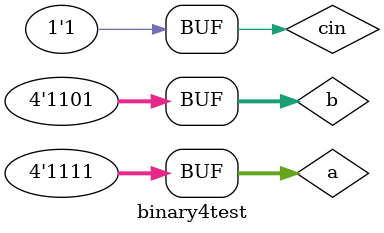
<source format=v>

module binary4test;

	// Inputs
	reg [3:0] a;
	reg [3:0] b;
	reg cin;

	// Outputs
	wire co;
	wire [3:0] s;

	// Instantiate the Unit Under Test (UUT)
	binary4 uut (
		.a(a), 
		.b(b), 
		.cin(cin), 
		.co(co), 
		.s(s)
	);

	initial begin
		// Initialize Inputs
		a = 0;
		b = 0;
		cin = 0;

		// Wait 100 ns for global reset to finish
      #100 a=4'b0001;b=4'b0011;cin=1'b0;
      #100 a=4'b0101;b=4'b1011;cin=1'b0;
      #100 a=4'b1101;b=4'b0011;cin=1'b1;
      #100 a=4'b0011;b=4'b0011;cin=1'b0;
      #100 a=4'b1001;b=4'b0011;cin=1'b1;
      #100 a=4'b0001;b=4'b1011;cin=1'b0;
      #100 a=4'b1111;b=4'b1101;cin=1'b1;
  
        
		// Add stimulus here

	end
      
endmodule


</source>
